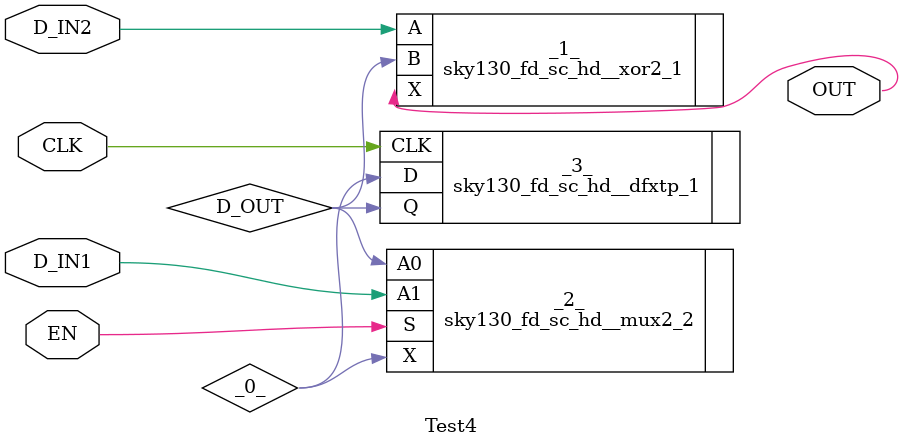
<source format=v>
/* Generated by Yosys 0.7 (git sha1 61f6811, gcc 6.2.0-11ubuntu1 -O2 -fdebug-prefix-map=/build/yosys-OIL3SR/yosys-0.7=. -fstack-protector-strong -fPIC -Os) */

module Test4(CLK, EN, D_IN1, D_IN2, OUT);
  wire _0_;
  input CLK;
  input D_IN1;
  input D_IN2;
  wire D_OUT;
  input EN;
  output OUT;
  sky130_fd_sc_hd__xor2_1 _1_ (
    .A(D_IN2),
    .B(D_OUT),
    .X(OUT)
  );
  sky130_fd_sc_hd__mux2_2 _2_ (
    .A0(D_OUT),
    .A1(D_IN1),
    .S(EN),
    .X(_0_)
  );
  sky130_fd_sc_hd__dfxtp_1 _3_ (
    .CLK(CLK),
    .D(_0_),
    .Q(D_OUT)
  );
endmodule

</source>
